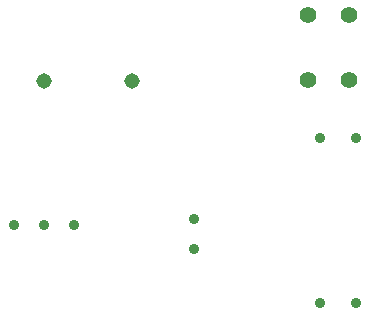
<source format=gbr>
G04 Generated by Ultiboard 14.2 *
%FSLAX24Y24*%
%MOIN*%

%ADD10C,0.0001*%
%ADD11C,0.0350*%
%ADD12C,0.0517*%
%ADD13C,0.0550*%
%ADD14C,0.0354*%


G04 ColorRGB 000000 for the following layer *
%LNDrill-Copper Top-Copper Bottom*%
%LPD*%
G54D11*
X800Y-3200D03*
X800Y-2200D03*
X-5200Y-2400D03*
X-4200Y-2400D03*
X-3200Y-2400D03*
G54D12*
X-4200Y2400D03*
X-1283Y2400D03*
G54D13*
X5978Y2435D03*
X4600Y2435D03*
X5978Y4600D03*
X4600Y4600D03*
G54D14*
X5000Y512D03*
X5000Y-5000D03*
X6200Y512D03*
X6200Y-5000D03*

M02*

</source>
